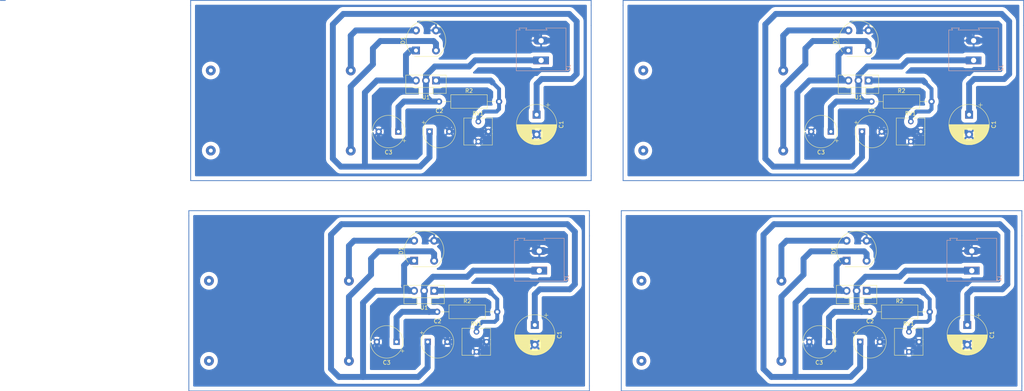
<source format=kicad_pcb>
(kicad_pcb (version 20221018) (generator pcbnew)
  (layers (0 "F.Cu" signal) (31 "B.Cu" signal) (34 "B.Paste" user) (35 "F.Paste" user) (36 "B.SilkS" user "B.Silkscreen") (37 "F.SilkS" user "F.Silkscreen") (38 "B.Mask" user) (39 "F.Mask" user) (44 "Edge.Cuts" user))
  (net 0 "")
  (net 1 "Net-(D1-+)")
  (net 2 "GND")
  (net 3 "3.3V VOUT")
  (net 4 "Net-(T1-SA)")
  (net 5 "Net-(T1-SB)")
  (net 6 "AC")
  (net 7 "Net-(U1-GND)")
  (footprint "Potentiometer_THT:Potentiometer_Vishay_T73YP_Vertical" (layer "F.Cu") (at 221.068 132.065)
    (fp_text reference "RV1" (at -0.06 -7.09) (layer "F.SilkS"))
    (fp_text value "R_Potentiometer")
    (pad "1" thru_hole circle (at 0 0) (size 1.44 1.44) (drill 0.8) (layers "*.Cu" "*.Mask") (net 2 "GND"))
    (pad "2" thru_hole circle (at 2.54 -2.54) (size 1.44 1.44) (drill 0.8) (layers "*.Cu" "*.Mask") (net 2 "GND"))
    (pad "3" thru_hole circle (at 0 -5.08) (size 1.44 1.44) (drill 0.8) (layers "*.Cu" "*.Mask") (net 7 "Net-(U1-GND)"))
  )
  (footprint "Potentiometer_THT:Potentiometer_Vishay_T73YP_Vertical" (layer "F.Cu") (at 111.3695 132.065)
    (fp_text reference "RV1" (at -0.06 -7.09) (layer "F.SilkS"))
    (fp_text value "R_Potentiometer")
    (pad "1" thru_hole circle (at 0 0) (size 1.44 1.44) (drill 0.8) (layers "*.Cu" "*.Mask") (net 2 "GND"))
    (pad "2" thru_hole circle (at 2.54 -2.54) (size 1.44 1.44) (drill 0.8) (layers "*.Cu" "*.Mask") (net 2 "GND"))
    (pad "3" thru_hole circle (at 0 -5.08) (size 1.44 1.44) (drill 0.8) (layers "*.Cu" "*.Mask") (net 7 "Net-(U1-GND)"))
  )
  (footprint "Capacitor_THT:CP_Radial_Tantal_D8.0mm_P5.00mm" (layer "F.Cu") (at 91.556651 76.2 180)
    (fp_text reference "C3" (at 2.5 -5.25) (layer "F.SilkS"))
    (fp_text value "10uf")
    (pad "1" thru_hole rect (at 0 0 180) (size 1.6 1.6) (drill 0.8) (layers "*.Cu" "*.Mask") (net 3 "3.3V VOUT"))
    (pad "2" thru_hole circle (at 5 0 180) (size 1.6 1.6) (drill 0.8) (layers "*.Cu" "*.Mask") (net 2 "GND"))
  )
  (footprint "Capacitor_THT:CP_Radial_D10.0mm_P5.00mm" (layer "F.Cu") (at 236.3175 71.927323 -90)
    (fp_text reference "C1" (at 2.5 -6.25 90) (layer "F.SilkS"))
    (fp_text value "4700uf" hide)
    (pad "1" thru_hole rect (at 0 0 270) (size 2 2) (drill 1) (layers "*.Cu" "*.Mask") (net 1 "Net-(D1-+)"))
    (pad "2" thru_hole circle (at 5 0 270) (size 2 2) (drill 1) (layers "*.Cu" "*.Mask") (net 2 "GND"))
  )
  (footprint "Package_TO_SOT_THT:TO-220-3_Vertical" (layer "F.Cu") (at 210.7905 63.246 180)
    (fp_text reference "U1" (at 2.54 -4.27 180) (layer "F.SilkS"))
    (fp_text value "RLM1117-3.3")
    (pad "1" thru_hole rect (at 0 0 180) (size 1.905 2) (drill 1.1) (layers "*.Cu" "*.Mask") (net 7 "Net-(U1-GND)"))
    (pad "2" thru_hole oval (at 2.54 0 180) (size 1.905 2) (drill 1.1) (layers "*.Cu" "*.Mask") (net 3 "3.3V VOUT"))
    (pad "3" thru_hole oval (at 5.08 0 180) (size 1.905 2) (drill 1.1) (layers "*.Cu" "*.Mask") (net 1 "Net-(D1-+)"))
  )
  (footprint "Capacitor_THT:CP_Radial_Tantal_D8.0mm_P5.00mm" (layer "F.Cu") (at 209.149849 76.2)
    (fp_text reference "C2" (at 2.5 -5.25) (layer "F.SilkS"))
    (fp_text value "100nf")
    (pad "1" thru_hole rect (at 0 0) (size 1.6 1.6) (drill 0.8) (layers "*.Cu" "*.Mask") (net 1 "Net-(D1-+)"))
    (pad "2" thru_hole circle (at 5 0) (size 1.6 1.6) (drill 0.8) (layers "*.Cu" "*.Mask") (net 2 "GND"))
  )
  (footprint "Capacitor_THT:CP_Radial_Tantal_D8.0mm_P5.00mm" (layer "F.Cu") (at 98.985849 129.54)
    (fp_text reference "C2" (at 2.5 -5.25) (layer "F.SilkS"))
    (fp_text value "100nf")
    (pad "1" thru_hole rect (at 0 0) (size 1.6 1.6) (drill 0.8) (layers "*.Cu" "*.Mask") (net 1 "Net-(D1-+)"))
    (pad "2" thru_hole circle (at 5 0) (size 1.6 1.6) (drill 0.8) (layers "*.Cu" "*.Mask") (net 2 "GND"))
  )
  (footprint "Package_TO_SOT_THT:TO-220-3_Vertical" (layer "F.Cu") (at 100.6265 116.586 180)
    (fp_text reference "U1" (at 2.54 -4.27 180) (layer "F.SilkS"))
    (fp_text value "RLM1117-3.3")
    (pad "1" thru_hole rect (at 0 0 180) (size 1.905 2) (drill 1.1) (layers "*.Cu" "*.Mask") (net 7 "Net-(U1-GND)"))
    (pad "2" thru_hole oval (at 2.54 0 180) (size 1.905 2) (drill 1.1) (layers "*.Cu" "*.Mask") (net 3 "3.3V VOUT"))
    (pad "3" thru_hole oval (at 5.08 0 180) (size 1.905 2) (drill 1.1) (layers "*.Cu" "*.Mask") (net 1 "Net-(D1-+)"))
  )
  (footprint "Capacitor_THT:CP_Radial_D10.0mm_P5.00mm" (layer "F.Cu") (at 126.1535 125.267323 -90)
    (fp_text reference "C1" (at 2.5 -6.25 90) (layer "F.SilkS"))
    (fp_text value "4700uf" hide)
    (pad "1" thru_hole rect (at 0 0 270) (size 2 2) (drill 1) (layers "*.Cu" "*.Mask") (net 1 "Net-(D1-+)"))
    (pad "2" thru_hole circle (at 5 0 270) (size 2 2) (drill 1) (layers "*.Cu" "*.Mask") (net 2 "GND"))
  )
  (footprint "Resistor_THT:R_Axial_DIN0309_L9.0mm_D3.2mm_P15.24mm_Horizontal" (layer "F.Cu") (at 211.087 121.92)
    (fp_text reference "R2" (at 7.62 -2.72) (layer "F.SilkS"))
    (fp_text value "220")
    (pad "1" thru_hole circle (at 0 0) (size 1.6 1.6) (drill 0.8) (layers "*.Cu" "*.Mask") (net 3 "3.3V VOUT"))
    (pad "2" thru_hole oval (at 15.24 0) (size 1.6 1.6) (drill 0.8) (layers "*.Cu" "*.Mask") (net 7 "Net-(U1-GND)"))
  )
  (footprint "Package_TO_SOT_THT:TO-220-3_Vertical" (layer "F.Cu") (at 210.325 116.586 180)
    (fp_text reference "U1" (at 2.54 -4.27 180) (layer "F.SilkS"))
    (fp_text value "RLM1117-3.3")
    (pad "1" thru_hole rect (at 0 0 180) (size 1.905 2) (drill 1.1) (layers "*.Cu" "*.Mask") (net 7 "Net-(U1-GND)"))
    (pad "2" thru_hole oval (at 2.54 0 180) (size 1.905 2) (drill 1.1) (layers "*.Cu" "*.Mask") (net 3 "3.3V VOUT"))
    (pad "3" thru_hole oval (at 5.08 0 180) (size 1.905 2) (drill 1.1) (layers "*.Cu" "*.Mask") (net 1 "Net-(D1-+)"))
  )
  (footprint "Resistor_THT:R_Axial_DIN0309_L9.0mm_D3.2mm_P15.24mm_Horizontal" (layer "F.Cu") (at 101.3885 121.92)
    (fp_text reference "R2" (at 7.62 -2.72) (layer "F.SilkS"))
    (fp_text value "220")
    (pad "1" thru_hole circle (at 0 0) (size 1.6 1.6) (drill 0.8) (layers "*.Cu" "*.Mask") (net 3 "3.3V VOUT"))
    (pad "2" thru_hole oval (at 15.24 0) (size 1.6 1.6) (drill 0.8) (layers "*.Cu" "*.Mask") (net 7 "Net-(U1-GND)"))
  )
  (footprint "Potentiometer_THT:Potentiometer_Vishay_T73YP_Vertical" (layer "F.Cu") (at 221.5335 78.725)
    (fp_text reference "RV1" (at -0.06 -7.09) (layer "F.SilkS"))
    (fp_text value "R_Potentiometer")
    (pad "1" thru_hole circle (at 0 0) (size 1.44 1.44) (drill 0.8) (layers "*.Cu" "*.Mask") (net 2 "GND"))
    (pad "2" thru_hole circle (at 2.54 -2.54) (size 1.44 1.44) (drill 0.8) (layers "*.Cu" "*.Mask") (net 2 "GND"))
    (pad "3" thru_hole circle (at 0 -5.08) (size 1.44 1.44) (drill 0.8) (layers "*.Cu" "*.Mask") (net 7 "Net-(U1-GND)"))
  )
  (footprint "Diode_THT:Diode_Bridge_Round_D9.8mm" (layer "F.Cu") (at 205.245 108.966 90)
    (fp_text reference "D1" (at 2.54 -3.302 90) (layer "F.SilkS"))
    (fp_text value "W10G")
    (pad "1" thru_hole rect (at 0 0 90) (size 2 2) (drill 1) (layers "*.Cu" "*.Mask") (net 1 "Net-(D1-+)"))
    (pad "2" thru_hole oval (at 0 5.08 90) (size 2 2) (drill 1) (layers "*.Cu" "*.Mask") (net 4 "Net-(T1-SA)"))
    (pad "3" thru_hole oval (at 5.08 5.08 90) (size 2 2) (drill 1) (layers "*.Cu" "*.Mask") (net 2 "GND"))
    (pad "4" thru_hole oval (at 5.08 0 90) (size 2 2) (drill 1) (layers "*.Cu" "*.Mask") (net 5 "Net-(T1-SB)"))
  )
  (footprint "Package_TO_SOT_THT:TO-220-3_Vertical" (layer "F.Cu") (at 101.092 63.246 180)
    (fp_text reference "U1" (at 2.54 -4.27 180) (layer "F.SilkS"))
    (fp_text value "RLM1117-3.3")
    (pad "1" thru_hole rect (at 0 0 180) (size 1.905 2) (drill 1.1) (layers "*.Cu" "*.Mask") (net 7 "Net-(U1-GND)"))
    (pad "2" thru_hole oval (at 2.54 0 180) (size 1.905 2) (drill 1.1) (layers "*.Cu" "*.Mask") (net 3 "3.3V VOUT"))
    (pad "3" thru_hole oval (at 5.08 0 180) (size 1.905 2) (drill 1.1) (layers "*.Cu" "*.Mask") (net 1 "Net-(D1-+)"))
  )
  (footprint "Capacitor_THT:CP_Radial_D10.0mm_P5.00mm" (layer "F.Cu") (at 235.852 125.267323 -90)
    (fp_text reference "C1" (at 2.5 -6.25 90) (layer "F.SilkS"))
    (fp_text value "4700uf" hide)
    (pad "1" thru_hole rect (at 0 0 270) (size 2 2) (drill 1) (layers "*.Cu" "*.Mask") (net 1 "Net-(D1-+)"))
    (pad "2" thru_hole circle (at 5 0 270) (size 2 2) (drill 1) (layers "*.Cu" "*.Mask") (net 2 "GND"))
  )
  (footprint "Potentiometer_THT:Potentiometer_Vishay_T73YP_Vertical" (layer "F.Cu") (at 111.835 78.725)
    (fp_text reference "RV1" (at -0.06 -7.09) (layer "F.SilkS"))
    (fp_text value "R_Potentiometer")
    (pad "1" thru_hole circle (at 0 0) (size 1.44 1.44) (drill 0.8) (layers "*.Cu" "*.Mask") (net 2 "GND"))
    (pad "2" thru_hole circle (at 2.54 -2.54) (size 1.44 1.44) (drill 0.8) (layers "*.Cu" "*.Mask") (net 2 "GND"))
    (pad "3" thru_hole circle (at 0 -5.08) (size 1.44 1.44) (drill 0.8) (layers "*.Cu" "*.Mask") (net 7 "Net-(U1-GND)"))
  )
  (footprint "Resistor_THT:R_Axial_DIN0309_L9.0mm_D3.2mm_P15.24mm_Horizontal" (layer "F.Cu") (at 101.854 68.58)
    (fp_text reference "R2" (at 7.62 -2.72) (layer "F.SilkS"))
    (fp_text value "220")
    (pad "1" thru_hole circle (at 0 0) (size 1.6 1.6) (drill 0.8) (layers "*.Cu" "*.Mask") (net 3 "3.3V VOUT"))
    (pad "2" thru_hole oval (at 15.24 0) (size 1.6 1.6) (drill 0.8) (layers "*.Cu" "*.Mask") (net 7 "Net-(U1-GND)"))
  )
  (footprint "Diode_THT:Diode_Bridge_Round_D9.8mm" (layer "F.Cu") (at 95.5465 108.966 90)
    (fp_text reference "D1" (at 2.54 -3.302 90) (layer "F.SilkS"))
    (fp_text value "W10G")
    (pad "1" thru_hole rect (at 0 0 90) (size 2 2) (drill 1) (layers "*.Cu" "*.Mask") (net 1 "Net-(D1-+)"))
    (pad "2" thru_hole oval (at 0 5.08 90) (size 2 2) (drill 1) (layers "*.Cu" "*.Mask") (net 4 "Net-(T1-SA)"))
    (pad "3" thru_hole oval (at 5.08 5.08 90) (size 2 2) (drill 1) (layers "*.Cu" "*.Mask") (net 2 "GND"))
    (pad "4" thru_hole oval (at 5.08 0 90) (size 2 2) (drill 1) (layers "*.Cu" "*.Mask") (net 5 "Net-(T1-SB)"))
  )
  (footprint "Capacitor_THT:CP_Radial_Tantal_D8.0mm_P5.00mm" (layer "F.Cu") (at 91.091151 129.54 180)
    (fp_text reference "C3" (at 2.5 -5.25) (layer "F.SilkS"))
    (fp_text value "10uf")
    (pad "1" thru_hole rect (at 0 0 180) (size 1.6 1.6) (drill 0.8) (layers "*.Cu" "*.Mask") (net 3 "3.3V VOUT"))
    (pad "2" thru_hole circle (at 5 0 180) (size 1.6 1.6) (drill 0.8) (layers "*.Cu" "*.Mask") (net 2 "GND"))
  )
  (footprint "Capacitor_THT:CP_Radial_Tantal_D8.0mm_P5.00mm" (layer "F.Cu") (at 208.684349 129.54)
    (fp_text reference "C2" (at 2.5 -5.25) (layer "F.SilkS"))
    (fp_text value "100nf")
    (pad "1" thru_hole rect (at 0 0) (size 1.6 1.6) (drill 0.8) (layers "*.Cu" "*.Mask") (net 1 "Net-(D1-+)"))
    (pad "2" thru_hole circle (at 5 0) (size 1.6 1.6) (drill 0.8) (layers "*.Cu" "*.Mask") (net 2 "GND"))
  )
  (footprint "Capacitor_THT:CP_Radial_D10.0mm_P5.00mm" (layer "F.Cu") (at 126.619 71.927323 -90)
    (fp_text reference "C1" (at 2.5 -6.25 90) (layer "F.SilkS"))
    (fp_text value "4700uf" hide)
    (pad "1" thru_hole rect (at 0 0 270) (size 2 2) (drill 1) (layers "*.Cu" "*.Mask") (net 1 "Net-(D1-+)"))
    (pad "2" thru_hole circle (at 5 0 270) (size 2 2) (drill 1) (layers "*.Cu" "*.Mask") (net 2 "GND"))
  )
  (footprint "Diode_THT:Diode_Bridge_Round_D9.8mm" (layer "F.Cu") (at 96.012 55.626 90)
    (fp_text reference "D1" (at 2.54 -3.302 90) (layer "F.SilkS"))
    (fp_text value "W10G")
    (pad "1" thru_hole rect (at 0 0 90) (size 2 2) (drill 1) (layers "*.Cu" "*.Mask") (net 1 "Net-(D1-+)"))
    (pad "2" thru_hole oval (at 0 5.08 90) (size 2 2) (drill 1) (layers "*.Cu" "*.Mask") (net 4 "Net-(T1-SA)"))
    (pad "3" thru_hole oval (at 5.08 5.08 90) (size 2 2) (drill 1) (layers "*.Cu" "*.Mask") (net 2 "GND"))
    (pad "4" thru_hole oval (at 5.08 0 90) (size 2 2) (drill 1) (layers "*.Cu" "*.Mask") (net 5 "Net-(T1-SB)"))
  )
  (footprint "Capacitor_THT:CP_Radial_Tantal_D8.0mm_P5.00mm" (layer "F.Cu") (at 201.255151 76.2 180)
    (fp_text reference "C3" (at 2.5 -5.25) (layer "F.SilkS"))
    (fp_text value "10uf")
    (pad "1" thru_hole rect (at 0 0 180) (size 1.6 1.6) (drill 0.8) (layers "*.Cu" "*.Mask") (net 3 "3.3V VOUT"))
    (pad "2" thru_hole circle (at 5 0 180) (size 1.6 1.6) (drill 0.8) (layers "*.Cu" "*.Mask") (net 2 "GND"))
  )
  (footprint "Capacitor_THT:CP_Radial_Tantal_D8.0mm_P5.00mm" (layer "F.Cu") (at 200.789651 129.54 180)
    (fp_text reference "C3" (at 2.5 -5.25) (layer "F.SilkS"))
    (fp_text value "10uf")
    (pad "1" thru_hole rect (at 0 0 180) (size 1.6 1.6) (drill 0.8) (layers "*.Cu" "*.Mask") (net 3 "3.3V VOUT"))
    (pad "2" thru_hole circle (at 5 0 180) (size 1.6 1.6) (drill 0.8) (layers "*.Cu" "*.Mask") (net 2 "GND"))
  )
  (footprint "Capacitor_THT:CP_Radial_Tantal_D8.0mm_P5.00mm" (layer "F.Cu") (at 99.451349 76.2)
    (fp_text reference "C2" (at 2.5 -5.25) (layer "F.SilkS"))
    (fp_text value "100nf")
    (pad "1" thru_hole rect (at 0 0) (size 1.6 1.6) (drill 0.8) (layers "*.Cu" "*.Mask") (net 1 "Net-(D1-+)"))
    (pad "2" thru_hole circle (at 5 0) (size 1.6 1.6) (drill 0.8) (layers "*.Cu" "*.Mask") (net 2 "GND"))
  )
  (footprint "Resistor_THT:R_Axial_DIN0309_L9.0mm_D3.2mm_P15.24mm_Horizontal" (layer "F.Cu") (at 211.5525 68.58)
    (fp_text reference "R2" (at 7.62 -2.72) (layer "F.SilkS"))
    (fp_text value "220")
    (pad "1" thru_hole circle (at 0 0) (size 1.6 1.6) (drill 0.8) (layers "*.Cu" "*.Mask") (net 3 "3.3V VOUT"))
    (pad "2" thru_hole oval (at 15.24 0) (size 1.6 1.6) (drill 0.8) (layers "*.Cu" "*.Mask") (net 7 "Net-(U1-GND)"))
  )
  (footprint "Diode_THT:Diode_Bridge_Round_D9.8mm" (layer "F.Cu") (at 205.7105 55.626 90)
    (fp_text reference "D1" (at 2.54 -3.302 90) (layer "F.SilkS"))
    (fp_text value "W10G")
    (pad "1" thru_hole rect (at 0 0 90) (size 2 2) (drill 1) (layers "*.Cu" "*.Mask") (net 1 "Net-(D1-+)"))
    (pad "2" thru_hole oval (at 0 5.08 90) (size 2 2) (drill 1) (layers "*.Cu" "*.Mask") (net 4 "Net-(T1-SA)"))
    (pad "3" thru_hole oval (at 5.08 5.08 90) (size 2 2) (drill 1) (layers "*.Cu" "*.Mask") (net 2 "GND"))
    (pad "4" thru_hole oval (at 5.08 0 90) (size 2 2) (drill 1) (layers "*.Cu" "*.Mask") (net 5 "Net-(T1-SB)"))
  )
  (footprint "TerminalBlock:TerminalBlock_Altech_AK300-2_P5.00mm" (layer "B.Cu") (at 127.762 58.137 90)
    (fp_text reference "J2" (at -1.92 6.99 90) (layer "B.SilkS") (effects (justify mirror)))
    (fp_text value "Screw_Terminal_01x02")
    (pad "1" thru_hole rect (at 0 0 90) (size 1.98 3.96) (drill 1.32) (layers "*.Cu" "*.Mask") (net 3 "3.3V VOUT"))
    (pad "2" thru_hole oval (at 5 0 90) (size 1.98 3.96) (drill 1.32) (layers "*.Cu" "*.Mask") (net 2 "GND"))
  )
  (footprint "TerminalBlock:TerminalBlock_Altech_AK300-2_P5.00mm" (layer "B.Cu") (at 237.4605 58.137 90)
    (fp_text reference "J2" (at -1.92 6.99 90) (layer "B.SilkS") (effects (justify mirror)))
    (fp_text value "Screw_Terminal_01x02")
    (pad "1" thru_hole rect (at 0 0 90) (size 1.98 3.96) (drill 1.32) (layers "*.Cu" "*.Mask") (net 3 "3.3V VOUT"))
    (pad "2" thru_hole oval (at 5 0 90) (size 1.98 3.96) (drill 1.32) (layers "*.Cu" "*.Mask") (net 2 "GND"))
  )
  (footprint "TerminalBlock:TerminalBlock_Altech_AK300-2_P5.00mm" (layer "B.Cu") (at 127.2965 111.477 90)
    (fp_text reference "J2" (at -1.92 6.99 90) (layer "B.SilkS") (effects (justify mirror)))
    (fp_text value "Screw_Terminal_01x02")
    (pad "1" thru_hole rect (at 0 0 90) (size 1.98 3.96) (drill 1.32) (layers "*.Cu" "*.Mask") (net 3 "3.3V VOUT"))
    (pad "2" thru_hole oval (at 5 0 90) (size 1.98 3.96) (drill 1.32) (layers "*.Cu" "*.Mask") (net 2 "GND"))
  )
  (footprint "TerminalBlock:TerminalBlock_Altech_AK300-2_P5.00mm" (layer "B.Cu") (at 236.995 111.477 90)
    (fp_text reference "J2" (at -1.92 6.99 90) (layer "B.SilkS") (effects (justify mirror)))
    (fp_text value "Screw_Terminal_01x02")
    (pad "1" thru_hole rect (at 0 0 90) (size 1.98 3.96) (drill 1.32) (layers "*.Cu" "*.Mask") (net 3 "3.3V VOUT"))
    (pad "2" thru_hole oval (at 5 0 90) (size 1.98 3.96) (drill 1.32) (layers "*.Cu" "*.Mask") (net 2 "GND"))
  )
  (gr_line (start 139.9965 97.536) (end 139.9965 96.266) (stroke (width 0.2)) (layer "B.Cu"))
  (gr_line (start 250.1605 42.926) (end 148.5605 42.926) (stroke (width 0.2)) (layer "B.Cu"))
  (gr_line (start 148.5605 44.196) (end 148.5605 88.646) (stroke (width 0.2)) (layer "B.Cu"))
  (gr_line (start 250.1605 44.196) (end 250.1605 42.926) (stroke (width 0.2)) (layer "B.Cu"))
  (gr_line (start 249.695 96.266) (end 148.095 96.266) (stroke (width 0.2)) (layer "B.Cu"))
  (gr_line (start 139.9965 141.986) (end 139.9965 140.716) (stroke (width 0.2)) (layer "B.Cu"))
  (gr_line (start 148.095 96.266) (end 148.095 97.536) (stroke (width 0.2)) (layer "B.Cu"))
  (gr_line (start 249.695 97.536) (end 249.695 96.266) (stroke (width 0.2)) (layer "B.Cu"))
  (gr_line (start 38.862 42.926) (end 38.862 44.196) (stroke (width 0.2)) (layer "B.Cu"))
  (gr_line (start 38.862 44.196) (end 38.862 88.646) (stroke (width 0.2)) (layer "B.Cu"))
  (gr_line (start 250.1605 87.376) (end 250.1605 49.276) (stroke (width 0.2)) (layer "B.Cu"))
  (gr_line (start 148.095 97.536) (end 148.095 141.986) (stroke (width 0.2)) (layer "B.Cu"))
  (gr_line (start 148.5605 88.646) (end 250.1605 88.646) (stroke (width 0.2)) (layer "B.Cu"))
  (gr_line (start -9.398 42.926) (end -8.128 42.926) (stroke (width 0.2)) (layer "B.Cu"))
  (gr_line (start 38.862 88.646) (end 140.462 88.646) (stroke (width 0.2)) (layer "B.Cu"))
  (gr_line (start 249.695 102.616) (end 249.695 97.536) (stroke (width 0.2)) (layer "B.Cu"))
  (gr_line (start 140.462 44.196) (end 140.462 42.926) (stroke (width 0.2)) (layer "B.Cu"))
  (gr_line (start 249.695 140.716) (end 249.695 102.616) (stroke (width 0.2)) (layer "B.Cu"))
  (gr_line (start 38.3965 97.536) (end 38.3965 141.986) (stroke (width 0.2)) (layer "B.Cu"))
  (gr_line (start 140.462 87.376) (end 140.462 49.276) (stroke (width 0.2)) (layer "B.Cu"))
  (gr_line (start 38.3965 141.986) (end 139.9965 141.986) (stroke (width 0.2)) (layer "B.Cu"))
  (gr_line (start 249.695 141.986) (end 249.695 140.716) (stroke (width 0.2)) (layer "B.Cu"))
  (gr_line (start 139.9965 140.716) (end 139.9965 102.616) (stroke (width 0.2)) (layer "B.Cu"))
  (gr_line (start 139.9965 102.616) (end 139.9965 97.536) (stroke (width 0.2)) (layer "B.Cu"))
  (gr_line (start 250.1605 88.646) (end 250.1605 87.376) (stroke (width 0.2)) (layer "B.Cu"))
  (gr_line (start 139.9965 96.266) (end 38.3965 96.266) (stroke (width 0.2)) (layer "B.Cu"))
  (gr_line (start 38.3965 96.266) (end 38.3965 97.536) (stroke (width 0.2)) (layer "B.Cu"))
  (gr_line (start 140.462 42.926) (end 38.862 42.926) (stroke (width 0.2)) (layer "B.Cu"))
  (gr_line (start 140.462 88.646) (end 140.462 87.376) (stroke (width 0.2)) (layer "B.Cu"))
  (gr_line (start 148.5605 42.926) (end 148.5605 44.196) (stroke (width 0.2)) (layer "B.Cu"))
  (gr_line (start 140.462 49.276) (end 140.462 44.196) (stroke (width 0.2)) (layer "B.Cu"))
  (gr_line (start 148.095 141.986) (end 249.695 141.986) (stroke (width 0.2)) (layer "B.Cu"))
  (gr_line (start 250.1605 49.276) (end 250.1605 44.196) (stroke (width 0.2)) (layer "B.Cu"))
  (via (at 153.2045 134.366) (size 2.5) (drill 1) (layers "F.Cu" "B.Cu") (net 0))
  (via (at 43.9715 81.026) (size 2.5) (drill 1) (layers "F.Cu" "B.Cu") (net 0))
  (via (at 43.506 134.366) (size 2.5) (drill 1) (layers "F.Cu" "B.Cu") (net 0))
  (via (at 153.67 81.026) (size 2.5) (drill 1) (layers "F.Cu" "B.Cu") (net 0))
  (segment (start 94.2765 116.586) (end 95.5465 116.586) (width 1.5) (layer "B.Cu") (net 1))
  (segment (start 83.058 85.09) (end 97.048698 85.09) (width 1.5) (layer "B.Cu") (net 1))
  (segment (start 195.339 116.586) (end 192.291 119.634) (width 1.5) (layer "B.Cu") (net 1))
  (segment (start 204.4405 63.246) (end 205.7105 63.246) (width 1.5) (layer "B.Cu") (net 1))
  (segment (start 82.5925 119.634) (end 82.5925 138.43) (width 1.5) (layer "B.Cu") (net 1))
  (segment (start 204.3415 55.626) (end 203.1755 56.792) (width 1.5) (layer "B.Cu") (net 1))
  (segment (start 202.71 110.132) (end 202.71 115.311) (width 1.5) (layer "B.Cu") (net 1))
  (segment (start 186.6605 85.09) (end 192.7565 85.09) (width 1.5) (layer "B.Cu") (net 1))
  (segment (start 195.8045 63.246) (end 192.7565 66.294) (width 1.5) (layer "B.Cu") (net 1))
  (segment (start 186.195 138.43) (end 192.291 138.43) (width 1.5) (layer "B.Cu") (net 1))
  (segment (start 74.93 83.058) (end 76.962 85.09) (width 1.5) (layer "B.Cu") (net 1))
  (segment (start 237.122 116.205) (end 244.742 116.205) (width 1.5) (layer "B.Cu") (net 1))
  (segment (start 134.4085 99.695) (end 77.1315 99.695) (width 1.5) (layer "B.Cu") (net 1))
  (segment (start 192.7565 85.09) (end 206.747198 85.09) (width 1.5) (layer "B.Cu") (net 1))
  (segment (start 235.852 125.267323) (end 235.852 117.475) (width 1.5) (layer "B.Cu") (net 1))
  (segment (start 244.5725 46.355) (end 187.2955 46.355) (width 1.5) (layer "B.Cu") (net 1))
  (segment (start 203.1705 61.976) (end 204.4405 63.246) (width 1.5) (layer "B.Cu") (net 1))
  (segment (start 246.4775 48.26) (end 244.5725 46.355) (width 1.5) (layer "B.Cu") (net 1))
  (segment (start 126.619 64.135) (end 127.889 62.865) (width 1.5) (layer "B.Cu") (net 1))
  (segment (start 192.291 119.634) (end 192.291 138.43) (width 1.5) (layer "B.Cu") (net 1))
  (segment (start 74.4645 136.398) (end 76.4965 138.43) (width 1.5) (layer "B.Cu") (net 1))
  (segment (start 86.106 63.246) (end 83.058 66.294) (width 1.5) (layer "B.Cu") (net 1))
  (segment (start 205.7105 55.626) (end 204.3415 55.626) (width 1.5) (layer "B.Cu") (net 1))
  (segment (start 77.1315 99.695) (end 74.4645 102.362) (width 1.5) (layer "B.Cu") (net 1))
  (segment (start 85.6405 116.586) (end 82.5925 119.634) (width 1.5) (layer "B.Cu") (net 1))
  (segment (start 246.4775 61.595) (end 246.4775 48.26) (width 1.5) (layer "B.Cu") (net 1))
  (segment (start 135.0435 116.205) (end 136.3135 114.935) (width 1.5) (layer "B.Cu") (net 1))
  (segment (start 136.3135 101.6) (end 134.4085 99.695) (width 1.5) (layer "B.Cu") (net 1))
  (segment (start 205.245 116.586) (end 195.339 116.586) (width 1.5) (layer "B.Cu") (net 1))
  (segment (start 205.245 108.966) (end 203.876 108.966) (width 1.5) (layer "B.Cu") (net 1))
  (segment (start 134.874 46.355) (end 77.597 46.355) (width 1.5) (layer "B.Cu") (net 1))
  (segment (start 237.5875 62.865) (end 245.2075 62.865) (width 1.5) (layer "B.Cu") (net 1))
  (segment (start 74.4645 102.362) (end 74.4645 136.398) (width 1.5) (layer "B.Cu") (net 1))
  (segment (start 203.975 116.586) (end 205.245 116.586) (width 1.5) (layer "B.Cu") (net 1))
  (segment (start 96.012 55.626) (end 94.643 55.626) (width 1.5) (layer "B.Cu") (net 1))
  (segment (start 184.163 102.362) (end 184.163 136.398) (width 1.5) (layer "B.Cu") (net 1))
  (segment (start 93.0115 110.132) (end 93.0115 115.311) (width 1.5) (layer "B.Cu") (net 1))
  (segment (start 206.281698 138.43) (end 208.684349 136.027349) (width 1.5) (layer "B.Cu") (net 1))
  (segment (start 76.4965 138.43) (end 82.5925 138.43) (width 1.5) (layer "B.Cu") (net 1))
  (segment (start 93.0065 115.316) (end 94.2765 116.586) (width 1.5) (layer "B.Cu") (net 1))
  (segment (start 83.058 66.294) (end 83.058 85.09) (width 1.5) (layer "B.Cu") (net 1))
  (segment (start 127.4235 116.205) (end 135.0435 116.205) (width 1.5) (layer "B.Cu") (net 1))
  (segment (start 94.742 63.246) (end 96.012 63.246) (width 1.5) (layer "B.Cu") (net 1))
  (segment (start 192.291 138.43) (end 206.281698 138.43) (width 1.5) (layer "B.Cu") (net 1))
  (segment (start 187.2955 46.355) (end 184.6285 49.022) (width 1.5) (layer "B.Cu") (net 1))
  (segment (start 95.5465 108.966) (end 94.1775 108.966) (width 1.5) (layer "B.Cu") (net 1))
  (segment (start 99.451349 82.687349) (end 99.451349 76.2) (width 1.5) (layer "B.Cu") (net 1))
  (segment (start 184.6285 83.058) (end 186.6605 85.09) (width 1.5) (layer "B.Cu") (net 1))
  (segment (start 96.012 63.246) (end 86.106 63.246) (width 1.5) (layer "B.Cu") (net 1))
  (segment (start 202.705 115.316) (end 203.975 116.586) (width 1.5) (layer "B.Cu") (net 1))
  (segment (start 244.742 116.205) (end 246.012 114.935) (width 1.5) (layer "B.Cu") (net 1))
  (segment (start 184.163 136.398) (end 186.195 138.43) (width 1.5) (layer "B.Cu") (net 1))
  (segment (start 93.477 61.971) (end 93.472 61.976) (width 1.5) (layer "B.Cu") (net 1))
  (segment (start 93.472 61.976) (end 94.742 63.246) (width 1.5) (layer "B.Cu") (net 1))
  (segment (start 95.5465 116.586) (end 85.6405 116.586) (width 1.5) (layer "B.Cu") (net 1))
  (segment (start 136.779 48.26) (end 134.874 46.355) (width 1.5) (layer "B.Cu") (net 1))
  (segment (start 205.7105 63.246) (end 195.8045 63.246) (width 1.5) (layer "B.Cu") (net 1))
  (segment (start 246.012 114.935) (end 246.012 101.6) (width 1.5) (layer "B.Cu") (net 1))
  (segment (start 126.1535 117.475) (end 127.4235 116.205) (width 1.5) (layer "B.Cu") (net 1))
  (segment (start 203.876 108.966) (end 202.71 110.132) (width 1.5) (layer "B.Cu") (net 1))
  (segment (start 74.93 49.022) (end 74.93 83.058) (width 1.5) (layer "B.Cu") (net 1))
  (segment (start 236.3175 64.135) (end 237.5875 62.865) (width 1.5) (layer "B.Cu") (net 1))
  (segment (start 192.7565 66.294) (end 192.7565 85.09) (width 1.5) (layer "B.Cu") (net 1))
  (segment (start 82.5925 138.43) (end 96.583198 138.43) (width 1.5) (layer "B.Cu") (net 1))
  (segment (start 135.509 62.865) (end 136.779 61.595) (width 1.5) (layer "B.Cu") (net 1))
  (segment (start 186.83 99.695) (end 184.163 102.362) (width 1.5) (layer "B.Cu") (net 1))
  (segment (start 244.107 99.695) (end 186.83 99.695) (width 1.5) (layer "B.Cu") (net 1))
  (segment (start 236.3175 71.927323) (end 236.3175 64.135) (width 1.5) (layer "B.Cu") (net 1))
  (segment (start 202.71 115.311) (end 202.705 115.316) (width 1.5) (layer "B.Cu") (net 1))
  (segment (start 136.3135 114.935) (end 136.3135 101.6) (width 1.5) (layer "B.Cu") (net 1))
  (segment (start 235.852 117.475) (end 237.122 116.205) (width 1.5) (layer "B.Cu") (net 1))
  (segment (start 76.962 85.09) (end 83.058 85.09) (width 1.5) (layer "B.Cu") (net 1))
  (segment (start 208.684349 136.027349) (end 208.684349 129.54) (width 1.5) (layer "B.Cu") (net 1))
  (segment (start 126.619 71.927323) (end 126.619 64.135) (width 1.5) (layer "B.Cu") (net 1))
  (segment (start 94.1775 108.966) (end 93.0115 110.132) (width 1.5) (layer "B.Cu") (net 1))
  (segment (start 246.012 101.6) (end 244.107 99.695) (width 1.5) (layer "B.Cu") (net 1))
  (segment (start 203.1755 61.971) (end 203.1705 61.976) (width 1.5) (layer "B.Cu") (net 1))
  (segment (start 127.889 62.865) (end 135.509 62.865) (width 1.5) (layer "B.Cu") (net 1))
  (segment (start 93.477 56.792) (end 93.477 61.971) (width 1.5) (layer "B.Cu") (net 1))
  (segment (start 206.747198 85.09) (end 209.149849 82.687349) (width 1.5) (layer "B.Cu") (net 1))
  (segment (start 77.597 46.355) (end 74.93 49.022) (width 1.5) (layer "B.Cu") (net 1))
  (segment (start 245.2075 62.865) (end 246.4775 61.595) (width 1.5) (layer "B.Cu") (net 1))
  (segment (start 136.779 61.595) (end 136.779 48.26) (width 1.5) (layer "B.Cu") (net 1))
  (segment (start 126.1535 125.267323) (end 126.1535 117.475) (width 1.5) (layer "B.Cu") (net 1))
  (segment (start 97.048698 85.09) (end 99.451349 82.687349) (width 1.5) (layer "B.Cu") (net 1))
  (segment (start 96.583198 138.43) (end 98.985849 136.027349) (width 1.5) (layer "B.Cu") (net 1))
  (segment (start 209.149849 82.687349) (end 209.149849 76.2) (width 1.5) (layer "B.Cu") (net 1))
  (segment (start 93.0115 115.311) (end 93.0065 115.316) (width 1.5) (layer "B.Cu") (net 1))
  (segment (start 184.6285 49.022) (end 184.6285 83.058) (width 1.5) (layer "B.Cu") (net 1))
  (segment (start 94.643 55.626) (end 93.477 56.792) (width 1.5) (layer "B.Cu") (net 1))
  (segment (start 203.1755 56.792) (end 203.1755 61.971) (width 1.5) (layer "B.Cu") (net 1))
  (segment (start 98.985849 136.027349) (end 98.985849 129.54) (width 1.5) (layer "B.Cu") (net 1))
  (segment (start 132.969 59.055) (end 131.699 60.325) (width 1) (layer "B.Cu") (net 2))
  (segment (start 132.969 53.975) (end 132.969 57.8) (width 1.5) (layer "B.Cu") (net 2))
  (segment (start 125.426177 129.54) (end 126.1535 130.267323) (width 1) (layer "B.Cu") (net 2))
  (segment (start 131.2335 113.665) (end 127.4235 113.665) (width 1) (layer "B.Cu") (net 2))
  (segment (start 223.2365 78.74) (end 223.2215 78.725) (width 1) (layer "B.Cu") (net 2))
  (segment (start 213.4575 71.755) (end 205.8375 71.755) (width 1) (layer "B.Cu") (net 2))
  (segment (start 229.3325 76.2) (end 230.3485 76.2) (width 1) (layer "B.Cu") (net 2))
  (segment (start 196.9475 78.74) (end 196.255151 78.047651) (width 1) (layer "B.Cu") (net 2))
  (segment (start 205.8375 71.755) (end 205.2025 72.39) (width 1) (layer "B.Cu") (net 2))
  (segment (start 222.771 132.08) (end 222.756 132.065) (width 1) (layer "B.Cu") (net 2))
  (segment (start 126.619 61.595) (end 122.174 61.595) (width 1) (layer "B.Cu") (net 2))
  (segment (start 205.2025 78.105) (end 204.5675 78.74) (width 1) (layer "B.Cu") (net 2))
  (segment (start 204.737 125.73) (end 204.737 131.445) (width 1) (layer "B.Cu") (net 2))
  (segment (start 131.699 60.325) (end 127.889 60.325) (width 1) (layer "B.Cu") (net 2))
  (segment (start 103.985849 129.54) (end 103.985849 125.787349) (width 1) (layer "B.Cu") (net 2))
  (segment (start 231.407 114.935) (end 230.137 116.205) (width 1) (layer "B.Cu") (net 2))
  (segment (start 241.364 106.477) (end 242.202 107.315) (width 1.5) (layer "B.Cu") (net 2))
  (segment (start 204.5675 78.74) (end 196.9475 78.74) (width 1) (layer "B.Cu") (net 2))
  (segment (start 113.9095 129.525) (end 113.9095 131.243) (width 1) (layer "B.Cu") (net 2))
  (segment (start 229.883 129.54) (end 235.124677 129.54) (width 1) (layer "B.Cu") (net 2))
  (segment (start 96.139 71.755) (end 95.504 72.39) (width 1) (layer "B.Cu") (net 2))
  (segment (start 103.759 71.755) (end 96.139 71.755) (width 1) (layer "B.Cu") (net 2))
  (segment (start 122.174 61.595) (end 120.904 62.865) (width 1) (layer "B.Cu") (net 2))
  (segment (start 223.608 129.525) (end 223.608 131.243) (width 1) (layer "B.Cu") (net 2))
  (segment (start 131.6655 106.477) (end 132.5035 107.315) (width 1.5) (layer "B.Cu") (net 2))
  (segment (start 95.6735 125.095) (end 95.0385 125.73) (width 1) (layer "B.Cu") (net 2))
  (segment (start 119.1685 129.54) (end 120.1845 129.54) (width 1) (layer "B.Cu") (net 2))
  (segment (start 120.4385 116.205) (end 120.4385 129.286) (width 1) (layer "B.Cu") (net 2))
  (segment (start 224.0735 76.185) (end 224.0735 77.903) (width 1) (layer "B.Cu") (net 2))
  (segment (start 121.7085 114.935) (end 120.4385 116.205) (width 1) (layer "B.Cu") (net 2))
  (segment (start 223.608 131.243) (end 222.771 132.08) (width 1) (layer "B.Cu") (net 2))
  (segment (start 224.0735 77.903) (end 223.2365 78.74) (width 1) (layer "B.Cu") (net 2))
  (segment (start 196.482 132.08) (end 195.789651 131.387651) (width 1) (layer "B.Cu") (net 2))
  (segment (start 103.985849 129.54) (end 114.7235 129.54) (width 1) (layer "B.Cu") (net 2))
  (segment (start 235.590177 76.2) (end 236.3175 76.927323) (width 1) (layer "B.Cu") (net 2))
  (segment (start 94.4035 132.08) (end 86.7835 132.08) (width 1) (layer "B.Cu") (net 2))
  (segment (start 120.4385 129.286) (end 120.1845 129.54) (width 1) (layer "B.Cu") (net 2))
  (segment (start 104.451349 76.2) (end 104.451349 72.447349) (width 1) (layer "B.Cu") (net 2))
  (segment (start 125.171 50.546) (end 127.762 53.137) (width 1.5) (layer "B.Cu") (net 2))
  (segment (start 223.2215 78.725) (end 221.5335 78.725) (width 1) (layer "B.Cu") (net 2))
  (segment (start 94.869 78.74) (end 87.249 78.74) (width 1) (layer "B.Cu") (net 2))
  (segment (start 132.5035 111.14) (end 132.5035 112.395) (width 1.5) (layer "B.Cu") (net 2))
  (segment (start 222.756 132.065) (end 221.068 132.065) (width 1) (layer "B.Cu") (net 2))
  (segment (start 86.7835 132.08) (end 86.091151 131.387651) (width 1) (layer "B.Cu") (net 2))
  (segment (start 235.852 114.935) (end 231.407 114.935) (width 1) (layer "B.Cu") (net 2))
  (segment (start 100.6265 103.886) (end 124.7055 103.886) (width 1.5) (layer "B.Cu") (net 2))
  (segment (start 119.634 76.2) (end 120.65 76.2) (width 1) (layer "B.Cu") (net 2))
  (segment (start 132.5035 107.315) (end 132.5035 111.14) (width 1.5) (layer "B.Cu") (net 2))
  (segment (start 231.8725 61.595) (end 230.6025 62.865) (width 1) (layer "B.Cu") (net 2))
  (segment (start 86.091151 131.387651) (end 86.091151 129.54) (width 1) (layer "B.Cu") (net 2))
  (segment (start 104.451349 76.2) (end 115.189 76.2) (width 1) (layer "B.Cu") (net 2))
  (segment (start 95.0385 125.73) (end 95.0385 131.445) (width 1) (layer "B.Cu") (net 2))
  (segment (start 126.1535 114.935) (end 121.7085 114.935) (width 1) (layer "B.Cu") (net 2))
  (segment (start 113.0725 132.08) (end 113.0575 132.065) (width 1) (layer "B.Cu") (net 2))
  (segment (start 237.122 113.665) (end 235.852 114.935) (width 1) (layer "B.Cu") (net 2))
  (segment (start 230.137 129.286) (end 229.883 129.54) (width 1) (layer "B.Cu") (net 2))
  (segment (start 205.372 125.095) (end 204.737 125.73) (width 1) (layer "B.Cu") (net 2))
  (segment (start 212.992 125.095) (end 205.372 125.095) (width 1) (layer "B.Cu") (net 2))
  (segment (start 113.538 78.74) (end 113.523 78.725) (width 1) (layer "B.Cu") (net 2))
  (segment (start 103.985849 125.787349) (end 103.2935 125.095) (width 1) (layer "B.Cu") (net 2))
  (segment (start 237.5875 60.325) (end 236.3175 61.595) (width 1) (layer "B.Cu") (net 2))
  (segment (start 214.149849 76.2) (end 214.149849 72.447349) (width 1) (layer "B.Cu") (net 2))
  (segment (start 204.102 132.08) (end 196.482 132.08) (width 1) (layer "B.Cu") (net 2))
  (segment (start 132.131 53.137) (end 132.969 53.975) (width 1.5) (layer "B.Cu") (net 2))
  (segment (start 87.249 78.74) (end 86.556651 78.047651) (width 1) (layer "B.Cu") (net 2))
  (segment (start 214.149849 72.447349) (end 213.4575 71.755) (width 1) (layer "B.Cu") (net 2))
  (segment (start 120.1845 129.54) (end 125.426177 129.54) (width 1) (layer "B.Cu") (net 2))
  (segment (start 242.202 111.14) (end 242.202 112.395) (width 1.5) (layer "B.Cu") (net 2))
  (segment (start 86.556651 78.047651) (end 86.556651 76.2) (width 1) (layer "B.Cu") (net 2))
  (segment (start 236.995 106.477) (end 241.364 106.477) (width 1.5) (layer "B.Cu") (net 2))
  (segment (start 204.737 131.445) (end 204.102 132.08) (width 1) (layer "B.Cu") (net 2))
  (segment (start 120.904 62.865) (end 120.904 75.946) (width 1) (layer "B.Cu") (net 2))
  (segment (start 230.6025 62.865) (end 230.6025 75.946) (width 1) (layer "B.Cu") (net 2))
  (segment (start 95.504 78.105) (end 94.869 78.74) (width 1) (layer "B.Cu") (net 2))
  (segment (start 240.932 113.665) (end 237.122 113.665) (width 1) (layer "B.Cu") (net 2))
  (segment (start 213.684349 129.54) (end 213.684349 125.787349) (width 1) (layer "B.Cu") (net 2))
  (segment (start 101.092 50.546) (end 125.171 50.546) (width 1.5) (layer "B.Cu") (net 2))
  (segment (start 127.889 60.325) (end 126.619 61.595) (width 1) (layer "B.Cu") (net 2))
  (segment (start 228.867 129.54) (end 229.883 129.54) (width 1) (layer "B.Cu") (net 2))
  (segment (start 242.202 112.395) (end 240.932 113.665) (width 1) (layer "B.Cu") (net 2))
  (segment (start 114.375 77.903) (end 113.538 78.74) (width 1) (layer "B.Cu") (net 2))
  (segment (start 196.255151 78.047651) (end 196.255151 76.2) (width 1) (layer "B.Cu") (net 2))
  (segment (start 127.762 53.137) (end 132.131 53.137) (width 1.5) (layer "B.Cu") (net 2))
  (segment (start 103.2935 125.095) (end 95.6735 125.095) (width 1) (layer "B.Cu") (net 2))
  (segment (start 127.4235 113.665) (end 126.1535 114.935) (width 1) (layer "B.Cu") (net 2))
  (segment (start 224.422 129.54) (end 228.867 129.54) (width 1) (layer "B.Cu") (net 2))
  (segment (start 213.684349 125.787349) (end 212.992 125.095) (width 1) (layer "B.Cu") (net 2))
  (segment (start 236.3175 61.595) (end 231.8725 61.595) (width 1) (layer "B.Cu") (net 2))
  (segment (start 241.8295 53.137) (end 242.6675 53.975) (width 1.5) (layer "B.Cu") (net 2))
  (segment (start 242.6675 53.975) (end 242.6675 57.8) (width 1.5) (layer "B.Cu") (net 2))
  (segment (start 234.404 103.886) (end 236.995 106.477) (width 1.5) (layer "B.Cu") (net 2))
  (segment (start 224.8875 76.2) (end 229.3325 76.2) (width 1) (layer "B.Cu") (net 2))
  (segment (start 125.891677 76.2) (end 126.619 76.927323) (width 1) (layer "B.Cu") (net 2))
  (segment (start 95.504 72.39) (end 95.504 78.105) (width 1) (layer "B.Cu") (net 2))
  (segment (start 242.202 107.315) (end 242.202 111.14) (width 1.5) (layer "B.Cu") (net 2))
  (segment (start 230.6025 75.946) (end 230.3485 76.2) (width 1) (layer "B.Cu") (net 2))
  (segment (start 113.523 78.725) (end 111.835 78.725) (width 1) (layer "B.Cu") (net 2))
  (segment (start 195.789651 131.387651) (end 195.789651 129.54) (width 1) (layer "B.Cu") (net 2))
  (segment (start 124.7055 103.886) (end 127.2965 106.477) (width 1.5) (layer "B.Cu") (net 2))
  (segment (start 127.2965 106.477) (end 131.6655 106.477) (width 1.5) (layer "B.Cu") (net 2))
  (segment (start 115.189 76.2) (end 119.634 76.2) (width 1) (layer "B.Cu") (net 2))
  (segment (start 95.0385 131.445) (end 94.4035 132.08) (width 1) (layer "B.Cu") (net 2))
  (segment (start 230.137 116.205) (end 230.137 129.286) (width 1) (layer "B.Cu") (net 2))
  (segment (start 210.7905 50.546) (end 234.8695 50.546) (width 1.5) (layer "B.Cu") (net 2))
  (segment (start 132.5035 112.395) (end 131.2335 113.665) (width 1) (layer "B.Cu") (net 2))
  (segment (start 114.375 76.185) (end 114.375 77.903) (width 1) (layer "B.Cu") (net 2))
  (segment (start 113.9095 131.243) (end 113.0725 132.08) (width 1) (layer "B.Cu") (net 2))
  (segment (start 120.65 76.2) (end 125.891677 76.2) (width 1) (layer "B.Cu") (net 2))
  (segment (start 114.7235 129.54) (end 119.1685 129.54) (width 1) (layer "B.Cu") (net 2))
  (segment (start 213.684349 129.54) (end 224.422 129.54) (width 1) (layer "B.Cu") (net 2))
  (segment (start 132.969 57.8) (end 132.969 59.055) (width 1.5) (layer "B.Cu") (net 2))
  (segment (start 104.451349 72.447349) (end 103.759 71.755) (width 1) (layer "B.Cu") (net 2))
  (segment (start 242.6675 59.055) (end 241.3975 60.325) (width 1) (layer "B.Cu") (net 2))
  (segment (start 113.0575 132.065) (end 111.3695 132.065) (width 1) (layer "B.Cu") (net 2))
  (segment (start 235.124677 129.54) (end 235.852 130.267323) (width 1) (layer "B.Cu") (net 2))
  (segment (start 120.904 75.946) (end 120.65 76.2) (width 1) (layer "B.Cu") (net 2))
  (segment (start 214.149849 76.2) (end 224.8875 76.2) (width 1) (layer "B.Cu") (net 2))
  (segment (start 241.3975 60.325) (end 237.5875 60.325) (width 1) (layer "B.Cu") (net 2))
  (segment (start 234.8695 50.546) (end 237.4605 53.137) (width 1.5) (layer "B.Cu") (net 2))
  (segment (start 237.4605 53.137) (end 241.8295 53.137) (width 1.5) (layer "B.Cu") (net 2))
  (segment (start 230.3485 76.2) (end 235.590177 76.2) (width 1) (layer "B.Cu") (net 2))
  (segment (start 210.325 103.886) (end 234.404 103.886) (width 1.5) (layer "B.Cu") (net 2))
  (segment (start 205.2025 72.39) (end 205.2025 78.105) (width 1) (layer "B.Cu") (net 2))
  (segment (start 242.6675 57.8) (end 242.6675 59.055) (width 1.5) (layer "B.Cu") (net 2))
  (segment (start 209.055 121.92) (end 202.197 121.92) (width 1.5) (layer "B.Cu") (net 3))
  (segment (start 207.785 115.2735) (end 210.0285 113.03) (width 1.5) (layer "B.Cu") (net 3))
  (segment (start 202.6625 68.58) (end 201.255151 69.987349) (width 1.5) (layer "B.Cu") (net 3))
  (segment (start 91.091151 123.327349) (end 91.091151 129.54) (width 1.5) (layer "B.Cu") (net 3))
  (segment (start 91.556651 69.987349) (end 91.556651 76.2) (width 1.5) (layer "B.Cu") (net 3))
  (segment (start 98.0865 115.2735) (end 100.33 113.03) (width 1.5) (layer "B.Cu") (net 3))
  (segment (start 220.26 111.477) (end 218.707 113.03) (width 1.5) (layer "B.Cu") (net 3))
  (segment (start 220.7255 58.137) (end 219.1725 59.69) (width 1.5) (layer "B.Cu") (net 3))
  (segment (start 99.3565 121.92) (end 92.4985 121.92) (width 1.5) (layer "B.Cu") (net 3))
  (segment (start 201.255151 69.987349) (end 201.255151 76.2) (width 1.5) (layer "B.Cu") (net 3))
  (segment (start 207.785 116.586) (end 207.785 115.2735) (width 1.5) (layer "B.Cu") (net 3))
  (segment (start 98.0865 116.586) (end 98.0865 120.65) (width 1.5) (layer "B.Cu") (net 3))
  (segment (start 110.5615 111.477) (end 109.0085 113.03) (width 1.5) (layer "B.Cu") (net 3))
  (segment (start 237.4605 58.137) (end 220.7255 58.137) (width 1.5) (layer "B.Cu") (net 3))
  (segment (start 92.964 68.58) (end 91.556651 69.987349) (width 1.5) (layer "B.Cu") (net 3))
  (segment (start 98.552 61.9335) (end 100.7955 59.69) (width 1.5) (layer "B.Cu") (net 3))
  (segment (start 208.2505 63.246) (end 208.2505 61.9335) (width 1.5) (layer "B.Cu") (net 3))
  (segment (start 208.2505 63.246) (end 208.2505 67.31) (width 1.5) (layer "B.Cu") (net 3))
  (segment (start 211.087 121.92) (end 209.055 121.92) (width 1.5) (layer "B.Cu") (net 3))
  (segment (start 111.027 58.137) (end 109.474 59.69) (width 1.5) (layer "B.Cu") (net 3))
  (segment (start 98.552 63.246) (end 98.552 67.31) (width 1.5) (layer "B.Cu") (net 3))
  (segment (start 211.5525 68.58) (end 209.5205 68.58) (width 1.5) (layer "B.Cu") (net 3))
  (segment (start 210.494 59.69) (end 219.1725 59.69) (width 1.5) (layer "B.Cu") (net 3))
  (segment (start 207.785 116.586) (end 207.785 120.65) (width 1.5) (layer "B.Cu") (net 3))
  (segment (start 209.5205 68.58) (end 202.6625 68.58) (width 1.5) (layer "B.Cu") (net 3))
  (segment (start 98.552 63.246) (end 98.552 61.9335) (width 1.5) (layer "B.Cu") (net 3))
  (segment (start 207.785 120.65) (end 209.055 121.92) (width 1.5) (layer "B.Cu") (net 3))
  (segment (start 127.762 58.137) (end 111.027 58.137) (width 1.5) (layer "B.Cu") (net 3))
  (segment (start 202.197 121.92) (end 200.789651 123.327349) (width 1.5) (layer "B.Cu") (net 3))
  (segment (start 98.0865 120.65) (end 99.3565 121.92) (width 1.5) (layer "B.Cu") (net 3))
  (segment (start 101.854 68.58) (end 99.822 68.58) (width 1.5) (layer "B.Cu") (net 3))
  (segment (start 92.4985 121.92) (end 91.091151 123.327349) (width 1.5) (layer "B.Cu") (net 3))
  (segment (start 200.789651 123.327349) (end 200.789651 129.54) (width 1.5) (layer "B.Cu") (net 3))
  (segment (start 210.0285 113.03) (end 218.707 113.03) (width 1.5) (layer "B.Cu") (net 3))
  (segment (start 236.995 111.477) (end 220.26 111.477) (width 1.5) (layer "B.Cu") (net 3))
  (segment (start 99.822 68.58) (end 92.964 68.58) (width 1.5) (layer "B.Cu") (net 3))
  (segment (start 100.7955 59.69) (end 109.474 59.69) (width 1.5) (layer "B.Cu") (net 3))
  (segment (start 127.2965 111.477) (end 110.5615 111.477) (width 1.5) (layer "B.Cu") (net 3))
  (segment (start 98.552 67.31) (end 99.822 68.58) (width 1.5) (layer "B.Cu") (net 3))
  (segment (start 98.0865 116.586) (end 98.0865 115.2735) (width 1.5) (layer "B.Cu") (net 3))
  (segment (start 208.2505 67.31) (end 209.5205 68.58) (width 1.5) (layer "B.Cu") (net 3))
  (segment (start 208.2505 61.9335) (end 210.494 59.69) (width 1.5) (layer "B.Cu") (net 3))
  (segment (start 100.33 113.03) (end 109.0085 113.03) (width 1.5) (layer "B.Cu") (net 3))
  (segment (start 101.3885 121.92) (end 99.3565 121.92) (width 1.5) (layer "B.Cu") (net 3))
  (via (at 79.4725 81.026) (size 2.5) (drill 1) (layers "F.Cu" "B.Cu") (net 4))
  (via (at 188.7055 134.366) (size 2.5) (drill 1) (layers "F.Cu" "B.Cu") (net 4))
  (via (at 79.007 134.366) (size 2.5) (drill 1) (layers "F.Cu" "B.Cu") (net 4))
  (via (at 189.171 81.026) (size 2.5) (drill 1) (layers "F.Cu" "B.Cu") (net 4))
  (segment (start 100.6265 107.206) (end 99.9965 106.576) (width 1.5) (layer "B.Cu") (net 4))
  (segment (start 84.6245 112.482924) (end 79.007 118.100424) (width 1.5) (layer "B.Cu") (net 4))
  (segment (start 101.092 55.626) (end 101.092 53.866) (width 1.5) (layer "B.Cu") (net 4))
  (segment (start 194.7885 55.118) (end 194.7885 59.142924) (width 1.5) (layer "B.Cu") (net 4))
  (segment (start 86.5065 106.576) (end 84.6245 108.458) (width 1.5) (layer "B.Cu") (net 4))
  (segment (start 189.171 64.760424) (end 189.171 81.026) (width 1.5) (layer "B.Cu") (net 4))
  (segment (start 101.092 53.866) (end 100.462 53.236) (width 1.5) (layer "B.Cu") (net 4))
  (segment (start 210.1605 53.236) (end 196.6705 53.236) (width 1.5) (layer "B.Cu") (net 4))
  (segment (start 196.6705 53.236) (end 194.7885 55.118) (width 1.5) (layer "B.Cu") (net 4))
  (segment (start 99.9965 106.576) (end 86.5065 106.576) (width 1.5) (layer "B.Cu") (net 4))
  (segment (start 194.323 112.482924) (end 188.7055 118.100424) (width 1.5) (layer "B.Cu") (net 4))
  (segment (start 79.007 118.100424) (end 79.007 134.366) (width 1.5) (layer "B.Cu") (net 4))
  (segment (start 210.325 108.966) (end 210.325 107.206) (width 1.5) (layer "B.Cu") (net 4))
  (segment (start 84.6245 108.458) (end 84.6245 112.482924) (width 1.5) (layer "B.Cu") (net 4))
  (segment (start 100.6265 108.966) (end 100.6265 107.206) (width 1.5) (layer "B.Cu") (net 4))
  (segment (start 209.695 106.576) (end 196.205 106.576) (width 1.5) (layer "B.Cu") (net 4))
  (segment (start 196.205 106.576) (end 194.323 108.458) (width 1.5) (layer "B.Cu") (net 4))
  (segment (start 86.972 53.236) (end 85.09 55.118) (width 1.5) (layer "B.Cu") (net 4))
  (segment (start 210.7905 55.626) (end 210.7905 53.866) (width 1.5) (layer "B.Cu") (net 4))
  (segment (start 85.09 55.118) (end 85.09 59.142924) (width 1.5) (layer "B.Cu") (net 4))
  (segment (start 210.7905 53.866) (end 210.1605 53.236) (width 1.5) (layer "B.Cu") (net 4))
  (segment (start 100.462 53.236) (end 86.972 53.236) (width 1.5) (layer "B.Cu") (net 4))
  (segment (start 188.7055 118.100424) (end 188.7055 134.366) (width 1.5) (layer "B.Cu") (net 4))
  (segment (start 194.7885 59.142924) (end 189.171 64.760424) (width 1.5) (layer "B.Cu") (net 4))
  (segment (start 210.325 107.206) (end 209.695 106.576) (width 1.5) (layer "B.Cu") (net 4))
  (segment (start 85.09 59.142924) (end 79.4725 64.760424) (width 1.5) (layer "B.Cu") (net 4))
  (segment (start 194.323 108.458) (end 194.323 112.482924) (width 1.5) (layer "B.Cu") (net 4))
  (segment (start 79.4725 64.760424) (end 79.4725 81.026) (width 1.5) (layer "B.Cu") (net 4))
  (via (at 79.4725 60.706) (size 2.5) (drill 1) (layers "F.Cu" "B.Cu") (net 5))
  (via (at 188.7055 114.046) (size 2.5) (drill 1) (layers "F.Cu" "B.Cu") (net 5))
  (via (at 189.171 60.706) (size 2.5) (drill 1) (layers "F.Cu" "B.Cu") (net 5))
  (via (at 79.007 114.046) (size 2.5) (drill 1) (layers "F.Cu" "B.Cu") (net 5))
  (segment (start 190.005 103.886) (end 205.245 103.886) (width 1.5) (layer "B.Cu") (net 5))
  (segment (start 188.7055 105.1855) (end 190.005 103.886) (width 1.5) (layer "B.Cu") (net 5))
  (segment (start 79.4725 60.706) (end 79.4725 51.8455) (width 1.5) (layer "B.Cu") (net 5))
  (segment (start 80.3065 103.886) (end 95.5465 103.886) (width 1.5) (layer "B.Cu") (net 5))
  (segment (start 189.171 60.706) (end 189.171 51.8455) (width 1.5) (layer "B.Cu") (net 5))
  (segment (start 189.171 51.8455) (end 190.4705 50.546) (width 1.5) (layer "B.Cu") (net 5))
  (segment (start 188.7055 114.046) (end 188.7055 105.1855) (width 1.5) (layer "B.Cu") (net 5))
  (segment (start 79.007 114.046) (end 79.007 105.1855) (width 1.5) (layer "B.Cu") (net 5))
  (segment (start 80.772 50.546) (end 96.012 50.546) (width 1.5) (layer "B.Cu") (net 5))
  (segment (start 79.4725 51.8455) (end 80.772 50.546) (width 1.5) (layer "B.Cu") (net 5))
  (segment (start 190.4705 50.546) (end 205.7105 50.546) (width 1.5) (layer "B.Cu") (net 5))
  (segment (start 79.007 105.1855) (end 80.3065 103.886) (width 1.5) (layer "B.Cu") (net 5))
  (via (at 43.9715 60.706) (size 2.5) (drill 1) (layers "F.Cu" "B.Cu") (net 6))
  (via (at 43.506 114.046) (size 2.5) (drill 1) (layers "F.Cu" "B.Cu") (net 6))
  (via (at 153.2045 114.046) (size 2.5) (drill 1) (layers "F.Cu" "B.Cu") (net 6))
  (via (at 153.67 60.706) (size 2.5) (drill 1) (layers "F.Cu" "B.Cu") (net 6))
  (segment (start 221.068 126.985) (end 221.068 125.909) (width 1) (layer "B.Cu") (net 7))
  (segment (start 112.8185 124.46) (end 115.9935 124.46) (width 1) (layer "B.Cu") (net 7))
  (segment (start 221.5335 72.569) (end 222.9825 71.12) (width 1) (layer "B.Cu") (net 7))
  (segment (start 224.168 116.586) (end 224.657 117.075) (width 1.5) (layer "B.Cu") (net 7))
  (segment (start 111.835 72.569) (end 113.284 71.12) (width 1) (layer "B.Cu") (net 7))
  (segment (start 115.9935 124.46) (end 116.6285 123.825) (width 1) (layer "B.Cu") (net 7))
  (segment (start 225.692 124.46) (end 226.327 123.825) (width 1) (layer "B.Cu") (net 7))
  (segment (start 101.092 63.246) (end 114.935 63.246) (width 1.5) (layer "B.Cu") (net 7))
  (segment (start 226.7925 70.485) (end 226.7925 68.58) (width 1) (layer "B.Cu") (net 7))
  (segment (start 221.068 125.909) (end 222.517 124.46) (width 1) (layer "B.Cu") (net 7))
  (segment (start 226.327 118.745) (end 224.657 117.075) (width 1) (layer "B.Cu") (net 7))
  (segment (start 116.6285 123.825) (end 116.6285 121.92) (width 1) (layer "B.Cu") (net 7))
  (segment (start 116.6285 118.745) (end 114.9585 117.075) (width 1) (layer "B.Cu") (net 7))
  (segment (start 111.3695 125.909) (end 112.8185 124.46) (width 1) (layer "B.Cu") (net 7))
  (segment (start 100.6265 116.586) (end 114.4695 116.586) (width 1.5) (layer "B.Cu") (net 7))
  (segment (start 226.1575 71.12) (end 226.7925 70.485) (width 1) (layer "B.Cu") (net 7))
  (segment (start 117.094 68.58) (end 117.094 65.405) (width 1) (layer "B.Cu") (net 7))
  (segment (start 226.327 123.825) (end 226.327 121.92) (width 1) (layer "B.Cu") (net 7))
  (segment (start 210.325 116.586) (end 224.168 116.586) (width 1.5) (layer "B.Cu") (net 7))
  (segment (start 117.094 65.405) (end 115.424 63.735) (width 1) (layer "B.Cu") (net 7))
  (segment (start 111.3695 126.985) (end 111.3695 125.909) (width 1) (layer "B.Cu") (net 7))
  (segment (start 113.284 71.12) (end 116.459 71.12) (width 1) (layer "B.Cu") (net 7))
  (segment (start 226.7925 68.58) (end 226.7925 65.405) (width 1) (layer "B.Cu") (net 7))
  (segment (start 111.835 73.645) (end 111.835 72.569) (width 1) (layer "B.Cu") (net 7))
  (segment (start 224.6335 63.246) (end 225.1225 63.735) (width 1.5) (layer "B.Cu") (net 7))
  (segment (start 222.517 124.46) (end 225.692 124.46) (width 1) (layer "B.Cu") (net 7))
  (segment (start 222.9825 71.12) (end 226.1575 71.12) (width 1) (layer "B.Cu") (net 7))
  (segment (start 226.327 121.92) (end 226.327 118.745) (width 1) (layer "B.Cu") (net 7))
  (segment (start 117.094 70.485) (end 117.094 68.58) (width 1) (layer "B.Cu") (net 7))
  (segment (start 116.6285 121.92) (end 116.6285 118.745) (width 1) (layer "B.Cu") (net 7))
  (segment (start 114.935 63.246) (end 115.424 63.735) (width 1.5) (layer "B.Cu") (net 7))
  (segment (start 116.459 71.12) (end 117.094 70.485) (width 1) (layer "B.Cu") (net 7))
  (segment (start 221.5335 73.645) (end 221.5335 72.569) (width 1) (layer "B.Cu") (net 7))
  (segment (start 226.7925 65.405) (end 225.1225 63.735) (width 1) (layer "B.Cu") (net 7))
  (segment (start 114.4695 116.586) (end 114.9585 117.075) (width 1.5) (layer "B.Cu") (net 7))
  (segment (start 210.7905 63.246) (end 224.6335 63.246) (width 1.5) (layer "B.Cu") (net 7))
  (zone (net 2) (net_name "GND") (layer "B.Cu") (connect_pads (clearance 1)) (min_thickness 0.5) (fill yes (thermal_gap 0.5) (thermal_bridge_width 0.5))
    (polygon (pts (xy 148.5605 42.926) (xy 250.1605 42.926) (xy 250.1605 88.646) (xy 148.5605 88.646)))
  )
  (zone (net 2) (net_name "GND") (layer "B.Cu") (connect_pads (clearance 1)) (min_thickness 0.5) (fill yes (thermal_gap 0.5) (thermal_bridge_width 0.5))
    (polygon (pts (xy 148.095 96.266) (xy 249.695 96.266) (xy 249.695 141.986) (xy 148.095 141.986)))
  )
  (zone (net 2) (net_name "GND") (layer "B.Cu") (connect_pads (clearance 1)) (min_thickness 0.5) (fill yes (thermal_gap 0.5) (thermal_bridge_width 0.5))
    (polygon (pts (xy 38.862 42.926) (xy 140.462 42.926) (xy 140.462 88.646) (xy 38.862 88.646)))
  )
  (zone (net 2) (net_name "GND") (layer "B.Cu") (connect_pads (clearance 1)) (min_thickness 0.5) (fill yes (thermal_gap 0.5) (thermal_bridge_width 0.5))
    (polygon (pts (xy 38.3965 96.266) (xy 139.9965 96.266) (xy 139.9965 141.986) (xy 38.3965 141.986)))
  )
)
</source>
